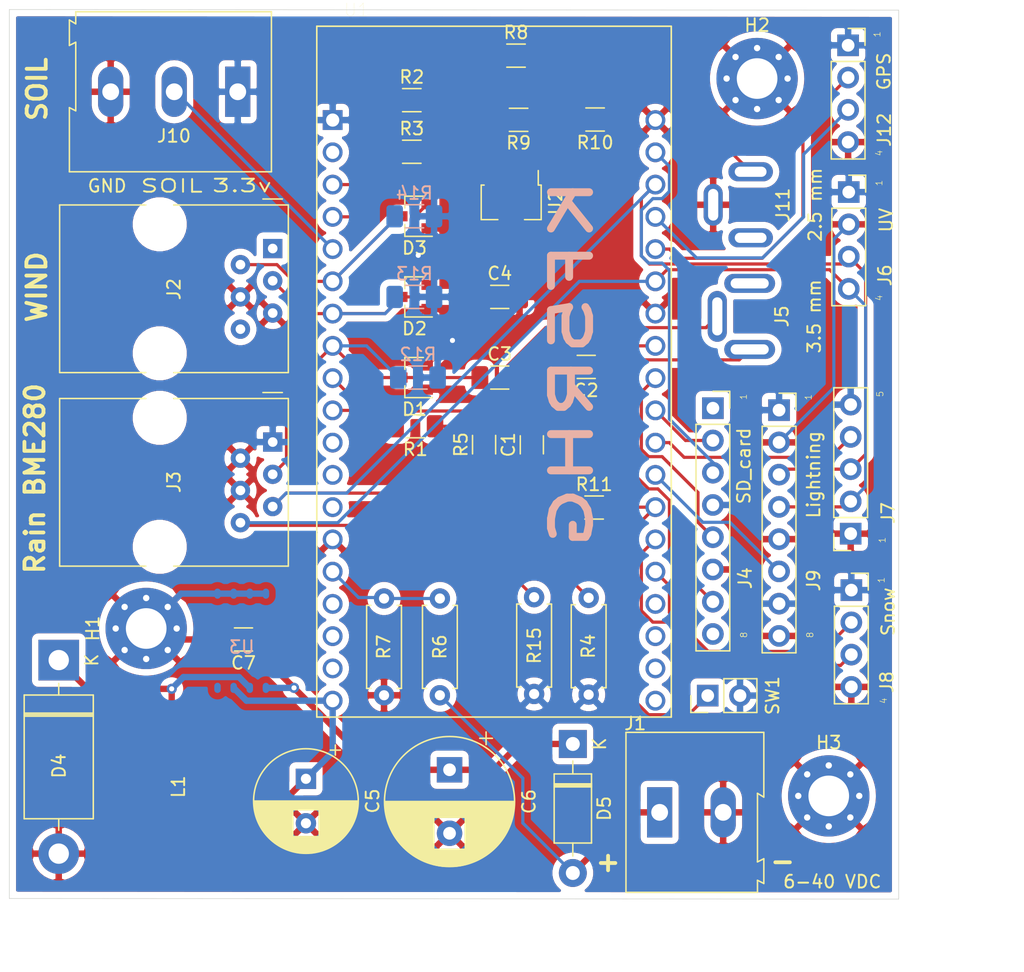
<source format=kicad_pcb>
(kicad_pcb (version 20171130) (host pcbnew "(5.1.12-1-10_14)")
  (layers (0 F.Cu signal) (31 B.Cu signal) (34 B.Paste user) (35 F.Paste user) (36 B.SilkS user) (37 F.SilkS user) (38 B.Mask user) (39 F.Mask user) (44 Edge.Cuts user))
  (net 0 "")
  (net 1 GND)
  (net 2 "Net-(C1-Pad2)")
  (net 3 b_mic)
  (net 4 Rain)
  (net 5 Wspd)
  (net 6 3.3v)
  (net 7 Wdir)
  (net 8 BAT)
  (net 9 SPI_CIPO)
  (net 10 SPI_SCK)
  (net 11 SPI_COPI)
  (net 12 SD_CS)
  (net 13 PTT)
  (net 14 B_spkr)
  (net 15 SCL)
  (net 16 SDA)
  (net 17 MFP)
  (net 18 IRQ)
  (net 19 SOIL)
  (net 20 DAC)
  (net 21 ADC)
  (net 22 Chr)
  (net 23 trigger)
  (net 24 "Net-(R10-Pad2)")
  (net 25 SD_safe)
  (net 26 5v)
  (net 27 "Net-(D4-Pad1)")
  (net 28 "Net-(C6-Pad1)")
  (net 29 Echo)
  (net 30 Trig)
  (net 31 TX)
  (net 32 RX)
  (module MountingHole:MountingHole_3.2mm_M3_Pad_Via (layer F.Cu) (at 169.4942 126.9238)
    (fp_text reference H3 (at 0 -4.2) (layer F.SilkS))
    (fp_text value MP)
    (pad 1 thru_hole circle (at 1.697056 -1.697056) (size 0.8 0.8) (drill 0.5) (layers *.Cu *.Mask) (net 1 GND))
    (pad 1 thru_hole circle (at 0 -2.4) (size 0.8 0.8) (drill 0.5) (layers *.Cu *.Mask) (net 1 GND))
    (pad 1 thru_hole circle (at -1.697056 -1.697056) (size 0.8 0.8) (drill 0.5) (layers *.Cu *.Mask) (net 1 GND))
    (pad 1 thru_hole circle (at -2.4 0) (size 0.8 0.8) (drill 0.5) (layers *.Cu *.Mask) (net 1 GND))
    (pad 1 thru_hole circle (at -1.697056 1.697056) (size 0.8 0.8) (drill 0.5) (layers *.Cu *.Mask) (net 1 GND))
    (pad 1 thru_hole circle (at 0 2.4) (size 0.8 0.8) (drill 0.5) (layers *.Cu *.Mask) (net 1 GND))
    (pad 1 thru_hole circle (at 1.697056 1.697056) (size 0.8 0.8) (drill 0.5) (layers *.Cu *.Mask) (net 1 GND))
    (pad 1 thru_hole circle (at 2.4 0) (size 0.8 0.8) (drill 0.5) (layers *.Cu *.Mask) (net 1 GND))
    (pad 1 thru_hole circle (at 0 0) (size 6.4 6.4) (drill 3.2) (layers *.Cu *.Mask) (net 1 GND))
  )
  (module Resistor_THT:R_Axial_DIN0207_L6.3mm_D2.5mm_P7.62mm_Horizontal (layer F.Cu) (at 146.304 118.8974 90)
    (fp_text reference R15 (at 3.81 0.014 90) (layer F.SilkS))
    (fp_text value ??)
    (pad 2 thru_hole oval (at 7.62 0 90) (size 1.6 1.6) (drill 0.8) (layers *.Cu *.Mask) (net 16 SDA))
    (pad 1 thru_hole circle (at 0 0 90) (size 1.6 1.6) (drill 0.8) (layers *.Cu *.Mask) (net 6 3.3v))
  )
  (module Resistor_THT:R_Axial_DIN0207_L6.3mm_D2.5mm_P7.62mm_Horizontal (layer F.Cu) (at 150.5966 118.9482 90)
    (fp_text reference R4 (at 3.81 -0.0254 90) (layer F.SilkS))
    (fp_text value ??)
    (pad 2 thru_hole oval (at 7.62 0 90) (size 1.6 1.6) (drill 0.8) (layers *.Cu *.Mask) (net 15 SCL))
    (pad 1 thru_hole circle (at 0 0 90) (size 1.6 1.6) (drill 0.8) (layers *.Cu *.Mask) (net 6 3.3v))
  )
  (module ESP32-DEVKITC-32D:MODULE_ESP32-DEVKITC-32D (layer F.Cu) (at 143.150001 93.465001)
    (fp_text reference U1 (at -10.829175 -28.446045) (layer F.SilkS) (effects (font (size 1.000386 1.000386) (thickness 0.015))))
    (fp_text value ESP32-DEVKITC-32D)
    (pad 1 thru_hole rect (at -12.7 -19.76) (size 1.56 1.56) (drill 1.04) (layers *.Cu *.Mask) (net 6 3.3v))
    (pad 2 thru_hole circle (at -12.7 -17.22) (size 1.56 1.56) (drill 1.04) (layers *.Cu *.Mask))
    (pad 19 thru_hole circle (at -12.7 25.96) (size 1.56 1.56) (drill 1.04) (layers *.Cu *.Mask) (net 26 5v))
    (pad 3 thru_hole circle (at -12.7 -14.68) (size 1.56 1.56) (drill 1.04) (layers *.Cu *.Mask) (net 21 ADC))
    (pad 4 thru_hole circle (at -12.7 -12.14) (size 1.56 1.56) (drill 1.04) (layers *.Cu *.Mask) (net 23 trigger))
    (pad 5 thru_hole circle (at -12.7 -9.6) (size 1.56 1.56) (drill 1.04) (layers *.Cu *.Mask) (net 19 SOIL))
    (pad 6 thru_hole circle (at -12.7 -7.06) (size 1.56 1.56) (drill 1.04) (layers *.Cu *.Mask) (net 7 Wdir))
    (pad 7 thru_hole circle (at -12.7 -4.52) (size 1.56 1.56) (drill 1.04) (layers *.Cu *.Mask) (net 5 Wspd))
    (pad 8 thru_hole circle (at -12.7 -1.98) (size 1.56 1.56) (drill 1.04) (layers *.Cu *.Mask) (net 4 Rain))
    (pad 9 thru_hole circle (at -12.7 0.56) (size 1.56 1.56) (drill 1.04) (layers *.Cu *.Mask) (net 13 PTT))
    (pad 10 thru_hole circle (at -12.7 3.1) (size 1.56 1.56) (drill 1.04) (layers *.Cu *.Mask) (net 20 DAC))
    (pad 11 thru_hole circle (at -12.7 5.64) (size 1.56 1.56) (drill 1.04) (layers *.Cu *.Mask))
    (pad 12 thru_hole circle (at -12.7 8.18) (size 1.56 1.56) (drill 1.04) (layers *.Cu *.Mask))
    (pad 13 thru_hole circle (at -12.7 10.72) (size 1.56 1.56) (drill 1.04) (layers *.Cu *.Mask))
    (pad 14 thru_hole circle (at -12.7 13.26) (size 1.56 1.56) (drill 1.04) (layers *.Cu *.Mask) (net 1 GND))
    (pad 15 thru_hole circle (at -12.7 15.8) (size 1.56 1.56) (drill 1.04) (layers *.Cu *.Mask) (net 22 Chr))
    (pad 16 thru_hole circle (at -12.7 18.34) (size 1.56 1.56) (drill 1.04) (layers *.Cu *.Mask))
    (pad 17 thru_hole circle (at -12.7 20.88) (size 1.56 1.56) (drill 1.04) (layers *.Cu *.Mask))
    (pad 18 thru_hole circle (at -12.7 23.42) (size 1.56 1.56) (drill 1.04) (layers *.Cu *.Mask))
    (pad 20 thru_hole circle (at 12.7 -19.76) (size 1.56 1.56) (drill 1.04) (layers *.Cu *.Mask) (net 1 GND))
    (pad 21 thru_hole circle (at 12.7 -17.22) (size 1.56 1.56) (drill 1.04) (layers *.Cu *.Mask) (net 11 SPI_COPI))
    (pad 22 thru_hole circle (at 12.7 -14.68) (size 1.56 1.56) (drill 1.04) (layers *.Cu *.Mask) (net 15 SCL))
    (pad 23 thru_hole circle (at 12.7 -12.14) (size 1.56 1.56) (drill 1.04) (layers *.Cu *.Mask) (net 31 TX))
    (pad 24 thru_hole circle (at 12.7 -9.6) (size 1.56 1.56) (drill 1.04) (layers *.Cu *.Mask) (net 32 RX))
    (pad 25 thru_hole circle (at 12.7 -7.06) (size 1.56 1.56) (drill 1.04) (layers *.Cu *.Mask) (net 16 SDA))
    (pad 26 thru_hole circle (at 12.7 -4.52) (size 1.56 1.56) (drill 1.04) (layers *.Cu *.Mask) (net 1 GND))
    (pad 27 thru_hole circle (at 12.7 -1.98) (size 1.56 1.56) (drill 1.04) (layers *.Cu *.Mask) (net 9 SPI_CIPO))
    (pad 28 thru_hole circle (at 12.7 0.56) (size 1.56 1.56) (drill 1.04) (layers *.Cu *.Mask) (net 10 SPI_SCK))
    (pad 29 thru_hole circle (at 12.7 3.1) (size 1.56 1.56) (drill 1.04) (layers *.Cu *.Mask) (net 12 SD_CS))
    (pad 30 thru_hole circle (at 12.7 5.64) (size 1.56 1.56) (drill 1.04) (layers *.Cu *.Mask) (net 17 MFP))
    (pad 31 thru_hole circle (at 12.7 8.18) (size 1.56 1.56) (drill 1.04) (layers *.Cu *.Mask) (net 18 IRQ))
    (pad 32 thru_hole circle (at 12.7 10.72) (size 1.56 1.56) (drill 1.04) (layers *.Cu *.Mask) (net 25 SD_safe))
    (pad 33 thru_hole circle (at 12.7 13.26) (size 1.56 1.56) (drill 1.04) (layers *.Cu *.Mask) (net 29 Echo))
    (pad 34 thru_hole circle (at 12.7 15.8) (size 1.56 1.56) (drill 1.04) (layers *.Cu *.Mask) (net 30 Trig))
    (pad 35 thru_hole circle (at 12.7 18.34) (size 1.56 1.56) (drill 1.04) (layers *.Cu *.Mask))
    (pad 36 thru_hole circle (at 12.7 20.88) (size 1.56 1.56) (drill 1.04) (layers *.Cu *.Mask))
    (pad 37 thru_hole circle (at 12.7 23.42) (size 1.56 1.56) (drill 1.04) (layers *.Cu *.Mask))
    (pad 38 thru_hole circle (at 12.7 25.96) (size 1.56 1.56) (drill 1.04) (layers *.Cu *.Mask))
  )
  (module Connector_PinHeader_2.54mm:PinHeader_1x02_P2.54mm_Vertical (layer F.Cu) (at 159.9692 119.0244 90)
    (fp_text reference SW1 (at 0 5.1054 90) (layer F.SilkS))
    (fp_text value SW_SPST)
    (pad 2 thru_hole oval (at 0 2.54 90) (size 1.7 1.7) (drill 1) (layers *.Cu *.Mask) (net 6 3.3v))
    (pad 1 thru_hole rect (at 0 0 90) (size 1.7 1.7) (drill 1) (layers *.Cu *.Mask) (net 25 SD_safe))
  )
  (module Connector_PinSocket_2.54mm:PinSocket_1x04_P2.54mm_Vertical (layer F.Cu) (at 171.0182 67.818)
    (fp_text reference J12 (at 2.8448 6.6548 90) (layer F.SilkS))
    (fp_text value GPS (at 2.8194 2.0574 90) (layer F.SilkS))
    (pad 4 thru_hole oval (at 0 7.62) (size 1.7 1.7) (drill 1) (layers *.Cu *.Mask) (net 1 GND))
    (pad 3 thru_hole oval (at 0 5.08) (size 1.7 1.7) (drill 1) (layers *.Cu *.Mask) (net 31 TX))
    (pad 2 thru_hole oval (at 0 2.54) (size 1.7 1.7) (drill 1) (layers *.Cu *.Mask) (net 32 RX))
    (pad 1 thru_hole rect (at 0 0) (size 1.7 1.7) (drill 1) (layers *.Cu *.Mask) (net 6 3.3v))
  )
  (module Connector_PinSocket_2.54mm:PinSocket_1x08_P2.54mm_Vertical (layer F.Cu) (at 165.5826 96.5454)
    (fp_text reference J9 (at 2.7178 13.4112 90) (layer F.SilkS))
    (fp_text value Lightning (at 2.7178 5.08 90) (layer F.SilkS))
    (pad 8 thru_hole oval (at 0 17.78) (size 1.7 1.7) (drill 1) (layers *.Cu *.Mask) (net 1 GND))
    (pad 7 thru_hole oval (at 0 15.24) (size 1.7 1.7) (drill 1) (layers *.Cu *.Mask) (net 6 3.3v))
    (pad 6 thru_hole oval (at 0 12.7) (size 1.7 1.7) (drill 1) (layers *.Cu *.Mask) (net 18 IRQ))
    (pad 5 thru_hole oval (at 0 10.16) (size 1.7 1.7) (drill 1) (layers *.Cu *.Mask) (net 1 GND))
    (pad 4 thru_hole oval (at 0 7.62) (size 1.7 1.7) (drill 1) (layers *.Cu *.Mask) (net 16 SDA))
    (pad 3 thru_hole oval (at 0 5.08) (size 1.7 1.7) (drill 1) (layers *.Cu *.Mask) (net 15 SCL))
    (pad 2 thru_hole oval (at 0 2.54) (size 1.7 1.7) (drill 1) (layers *.Cu *.Mask) (net 1 GND))
    (pad 1 thru_hole rect (at 0 0) (size 1.7 1.7) (drill 1) (layers *.Cu *.Mask) (net 6 3.3v))
  )
  (module Connector_PinSocket_2.54mm:PinSocket_1x04_P2.54mm_Vertical (layer F.Cu) (at 171.2722 110.7186)
    (fp_text reference J8 (at 2.794 7.239 90) (layer F.SilkS))
    (fp_text value Snow (at 2.8956 1.7018 90) (layer F.SilkS))
    (pad 4 thru_hole oval (at 0 7.62) (size 1.7 1.7) (drill 1) (layers *.Cu *.Mask) (net 1 GND))
    (pad 3 thru_hole oval (at 0 5.08) (size 1.7 1.7) (drill 1) (layers *.Cu *.Mask) (net 29 Echo))
    (pad 2 thru_hole oval (at 0 2.54) (size 1.7 1.7) (drill 1) (layers *.Cu *.Mask) (net 30 Trig))
    (pad 1 thru_hole rect (at 0 0) (size 1.7 1.7) (drill 1) (layers *.Cu *.Mask) (net 6 3.3v))
  )
  (module Connector_PinSocket_2.54mm:PinSocket_1x05_P2.54mm_Vertical (layer F.Cu) (at 171.2214 106.2736 180)
    (fp_text reference J7 (at -2.9464 1.6256 90) (layer F.SilkS))
    (fp_text value RTC)
    (pad 5 thru_hole oval (at 0 10.16 180) (size 1.7 1.7) (drill 1) (layers *.Cu *.Mask) (net 6 3.3v))
    (pad 4 thru_hole oval (at 0 7.62 180) (size 1.7 1.7) (drill 1) (layers *.Cu *.Mask) (net 17 MFP))
    (pad 3 thru_hole oval (at 0 5.08 180) (size 1.7 1.7) (drill 1) (layers *.Cu *.Mask) (net 15 SCL))
    (pad 2 thru_hole oval (at 0 2.54 180) (size 1.7 1.7) (drill 1) (layers *.Cu *.Mask) (net 16 SDA))
    (pad 1 thru_hole rect (at 0 0 180) (size 1.7 1.7) (drill 1) (layers *.Cu *.Mask) (net 1 GND))
  )
  (module Connector_PinSocket_2.54mm:PinSocket_1x04_P2.54mm_Vertical (layer F.Cu) (at 171.069 79.375)
    (fp_text reference J6 (at 2.8448 6.5532 90) (layer F.SilkS))
    (fp_text value UV (at 2.9464 2.2098 90) (layer F.SilkS))
    (pad 4 thru_hole oval (at 0 7.62) (size 1.7 1.7) (drill 1) (layers *.Cu *.Mask) (net 16 SDA))
    (pad 3 thru_hole oval (at 0 5.08) (size 1.7 1.7) (drill 1) (layers *.Cu *.Mask) (net 15 SCL))
    (pad 2 thru_hole oval (at 0 2.54) (size 1.7 1.7) (drill 1) (layers *.Cu *.Mask) (net 1 GND))
    (pad 1 thru_hole rect (at 0 0) (size 1.7 1.7) (drill 1) (layers *.Cu *.Mask) (net 6 3.3v))
  )
  (module Connector_PinSocket_2.54mm:PinSocket_1x08_P2.54mm_Vertical (layer F.Cu) (at 160.3756 96.393)
    (fp_text reference J4 (at 2.54 13.3858 90) (layer F.SilkS))
    (fp_text value SD_card (at 2.4384 4.5466 90) (layer F.SilkS))
    (pad 8 thru_hole oval (at 0 17.78) (size 1.7 1.7) (drill 1) (layers *.Cu *.Mask))
    (pad 7 thru_hole oval (at 0 15.24) (size 1.7 1.7) (drill 1) (layers *.Cu *.Mask) (net 9 SPI_CIPO))
    (pad 6 thru_hole oval (at 0 12.7) (size 1.7 1.7) (drill 1) (layers *.Cu *.Mask) (net 1 GND))
    (pad 5 thru_hole oval (at 0 10.16) (size 1.7 1.7) (drill 1) (layers *.Cu *.Mask) (net 10 SPI_SCK))
    (pad 4 thru_hole oval (at 0 7.62) (size 1.7 1.7) (drill 1) (layers *.Cu *.Mask) (net 6 3.3v))
    (pad 3 thru_hole oval (at 0 5.08) (size 1.7 1.7) (drill 1) (layers *.Cu *.Mask) (net 11 SPI_COPI))
    (pad 2 thru_hole oval (at 0 2.54) (size 1.7 1.7) (drill 1) (layers *.Cu *.Mask) (net 12 SD_CS))
    (pad 1 thru_hole rect (at 0 0) (size 1.7 1.7) (drill 1) (layers *.Cu *.Mask))
  )
  (module TerminalBlock:TerminalBlock_Altech_AK300-2_P5.00mm (layer F.Cu) (at 156.1846 128.2192)
    (fp_text reference J1 (at -1.92 -6.99) (layer F.SilkS))
    (fp_text value "6-40 VDC" (at 13.589 5.461) (layer F.SilkS))
    (pad 1 thru_hole rect (at 0 0) (size 1.98 3.96) (drill 1.32) (layers *.Cu *.Mask) (net 8 BAT))
    (pad 2 thru_hole oval (at 5 0) (size 1.98 3.96) (drill 1.32) (layers *.Cu *.Mask) (net 1 GND))
  )
  (module Capacitor_THT:CP_Radial_D10.0mm_P5.00mm (layer F.Cu) (at 139.6492 124.8664 270)
    (fp_text reference C6 (at 2.5 -6.25 90) (layer F.SilkS))
    (fp_text value 470uf/35V)
    (pad 2 thru_hole circle (at 5 0 270) (size 2 2) (drill 1) (layers *.Cu *.Mask) (net 1 GND))
    (pad 1 thru_hole rect (at 0 0 270) (size 2 2) (drill 1) (layers *.Cu *.Mask) (net 28 "Net-(C6-Pad1)"))
  )
  (module MountingHole:MountingHole_3.2mm_M3_Pad_Via (layer F.Cu) (at 163.8554 70.4342)
    (fp_text reference H2 (at 0 -4.2) (layer F.SilkS))
    (fp_text value MountingHole_Pad)
    (pad 1 thru_hole circle (at 1.697056 -1.697056) (size 0.8 0.8) (drill 0.5) (layers *.Cu *.Mask) (net 1 GND))
    (pad 1 thru_hole circle (at 0 -2.4) (size 0.8 0.8) (drill 0.5) (layers *.Cu *.Mask) (net 1 GND))
    (pad 1 thru_hole circle (at -1.697056 -1.697056) (size 0.8 0.8) (drill 0.5) (layers *.Cu *.Mask) (net 1 GND))
    (pad 1 thru_hole circle (at -2.4 0) (size 0.8 0.8) (drill 0.5) (layers *.Cu *.Mask) (net 1 GND))
    (pad 1 thru_hole circle (at -1.697056 1.697056) (size 0.8 0.8) (drill 0.5) (layers *.Cu *.Mask) (net 1 GND))
    (pad 1 thru_hole circle (at 0 2.4) (size 0.8 0.8) (drill 0.5) (layers *.Cu *.Mask) (net 1 GND))
    (pad 1 thru_hole circle (at 1.697056 1.697056) (size 0.8 0.8) (drill 0.5) (layers *.Cu *.Mask) (net 1 GND))
    (pad 1 thru_hole circle (at 2.4 0) (size 0.8 0.8) (drill 0.5) (layers *.Cu *.Mask) (net 1 GND))
    (pad 1 thru_hole circle (at 0 0) (size 6.4 6.4) (drill 3.2) (layers *.Cu *.Mask) (net 1 GND))
  )
  (module MountingHole:MountingHole_3.2mm_M3_Pad_Via (layer F.Cu) (at 115.7732 113.7412 90)
    (fp_text reference H1 (at 0 -4.2 90) (layer F.SilkS))
    (fp_text value MountingHole_Pad)
    (pad 1 thru_hole circle (at 1.697056 -1.697056 90) (size 0.8 0.8) (drill 0.5) (layers *.Cu *.Mask) (net 1 GND))
    (pad 1 thru_hole circle (at 0 -2.4 90) (size 0.8 0.8) (drill 0.5) (layers *.Cu *.Mask) (net 1 GND))
    (pad 1 thru_hole circle (at -1.697056 -1.697056 90) (size 0.8 0.8) (drill 0.5) (layers *.Cu *.Mask) (net 1 GND))
    (pad 1 thru_hole circle (at -2.4 0 90) (size 0.8 0.8) (drill 0.5) (layers *.Cu *.Mask) (net 1 GND))
    (pad 1 thru_hole circle (at -1.697056 1.697056 90) (size 0.8 0.8) (drill 0.5) (layers *.Cu *.Mask) (net 1 GND))
    (pad 1 thru_hole circle (at 0 2.4 90) (size 0.8 0.8) (drill 0.5) (layers *.Cu *.Mask) (net 1 GND))
    (pad 1 thru_hole circle (at 1.697056 1.697056 90) (size 0.8 0.8) (drill 0.5) (layers *.Cu *.Mask) (net 1 GND))
    (pad 1 thru_hole circle (at 2.4 0 90) (size 0.8 0.8) (drill 0.5) (layers *.Cu *.Mask) (net 1 GND))
    (pad 1 thru_hole circle (at 0 0 90) (size 6.4 6.4) (drill 3.2) (layers *.Cu *.Mask) (net 1 GND))
  )
  (module Diode_THT:D_DO-41_SOD81_P10.16mm_Horizontal (layer F.Cu) (at 149.352 122.8344 270)
    (fp_text reference D5 (at 5.08 -2.47 90) (layer F.SilkS))
    (fp_text value 1N5819)
    (fp_text user K (at 0 -2.1 90) (layer F.SilkS))
    (pad 2 thru_hole oval (at 10.16 0 270) (size 2.2 2.2) (drill 1.1) (layers *.Cu *.Mask) (net 8 BAT))
    (pad 1 thru_hole rect (at 0 0 270) (size 2.2 2.2) (drill 1.1) (layers *.Cu *.Mask) (net 28 "Net-(C6-Pad1)"))
  )
  (module Capacitor_SMD:C_1206_3216Metric_Pad1.33x1.80mm_HandSolder (layer F.Cu) (at 143.5993 87.63)
    (fp_text reference C4 (at 0 -1.85) (layer F.SilkS))
    (fp_text value "0.1 uF")
    (pad 2 smd roundrect (at 1.5625 0) (size 1.325 1.8) (layers F.Cu F.Paste F.Mask) (roundrect_rratio 0.1886784905660377) (net 1 GND))
    (pad 1 smd roundrect (at -1.5625 0) (size 1.325 1.8) (layers F.Cu F.Paste F.Mask) (roundrect_rratio 0.1886784905660377) (net 5 Wspd))
  )
  (module Capacitor_SMD:C_1206_3216Metric_Pad1.33x1.80mm_HandSolder (layer F.Cu) (at 143.5993 93.98)
    (fp_text reference C3 (at 0 -1.85) (layer F.SilkS))
    (fp_text value "0.1 uF")
    (pad 2 smd roundrect (at 1.5625 0) (size 1.325 1.8) (layers F.Cu F.Paste F.Mask) (roundrect_rratio 0.1886784905660377) (net 1 GND))
    (pad 1 smd roundrect (at -1.5625 0) (size 1.325 1.8) (layers F.Cu F.Paste F.Mask) (roundrect_rratio 0.1886784905660377) (net 4 Rain))
  )
  (module Capacitor_SMD:C_1206_3216Metric_Pad1.33x1.80mm_HandSolder (layer F.Cu) (at 150.4065 93.1418 180)
    (fp_text reference C2 (at 0 -1.85) (layer F.SilkS))
    (fp_text value "0.1 uF")
    (pad 2 smd roundrect (at 1.5625 0 180) (size 1.325 1.8) (layers F.Cu F.Paste F.Mask) (roundrect_rratio 0.1886784905660377) (net 2 "Net-(C1-Pad2)"))
    (pad 1 smd roundrect (at -1.5625 0 180) (size 1.325 1.8) (layers F.Cu F.Paste F.Mask) (roundrect_rratio 0.1886784905660377) (net 3 b_mic))
  )
  (module darty_stuff:SOIC-8_5x4 (layer B.Cu) (at 123.2916 114.7064 180)
    (fp_text reference U3 (at 0 -0.5) (layer B.SilkS) (effects (justify mirror)))
    (fp_text value XL1509-5.0E1)
    (pad 4 smd oval (at 1.905 -3.71 180) (size 0.51 0.8) (layers B.Cu B.Paste B.Mask))
    (pad 3 smd oval (at 0.635 -3.71 180) (size 0.51 0.8) (layers B.Cu B.Paste B.Mask) (net 26 5v))
    (pad 2 smd oval (at -0.635 -3.71 180) (size 0.51 0.8) (layers B.Cu B.Paste B.Mask) (net 27 "Net-(D4-Pad1)"))
    (pad 1 smd oval (at -1.905 -3.71 180) (size 0.51 0.8) (layers B.Cu B.Paste B.Mask) (net 28 "Net-(C6-Pad1)"))
    (pad 5 smd oval (at 1.905 3.71 180) (size 0.51 0.8) (layers B.Cu B.Paste B.Mask) (net 1 GND))
    (pad 6 smd oval (at 0.635 3.71 180) (size 0.51 0.8) (layers B.Cu B.Paste B.Mask) (net 1 GND))
    (pad 7 smd oval (at -0.635 3.71 180) (size 0.51 0.8) (layers B.Cu B.Paste B.Mask) (net 1 GND))
    (pad 8 smd oval (at -1.905 3.71 180) (size 0.51 0.8) (layers B.Cu B.Paste B.Mask) (net 1 GND))
  )
  (module darty_stuff:inductor_1004_SMD (layer F.Cu) (at 117.8052 126.2044 90)
    (fp_text reference L1 (at 0 0.5 90) (layer F.SilkS))
    (fp_text value 68uh/2A)
    (pad 2 smd rect (at 4.25 0 90) (size 3.5 3.5) (layers F.Cu F.Paste F.Mask) (net 27 "Net-(D4-Pad1)"))
    (pad 1 smd rect (at -4.25 0 90) (size 3.5 3.5) (layers F.Cu F.Paste F.Mask) (net 26 5v))
  )
  (module darty_stuff:2.5mm_Stereo_Jack (layer F.Cu) (at 163.3474 80.3748 90)
    (fp_text reference J11 (at 0 2.54 90) (layer F.SilkS))
    (fp_text value "2.5 mm" (at 0 5.08 90) (layer F.SilkS))
    (pad S thru_hole oval (at 0 -2.95 90) (size 3.3 1.5) (drill oval 2.5 0.8) (layers *.Cu *.Mask) (net 1 GND))
    (pad T thru_hole oval (at 2.6 0 90) (size 1.5 3.5) (drill oval 0.8 2.5) (layers *.Cu *.Mask) (net 14 B_spkr))
    (pad R thru_hole oval (at -2.6 0 90) (size 1.5 3.5) (drill oval 0.8 2.5) (layers *.Cu *.Mask))
  )
  (module darty_stuff:3.5mm_Stereo_Jack (layer F.Cu) (at 163.2712 89.1632 90)
    (fp_text reference J5 (at 0 2.54 90) (layer F.SilkS))
    (fp_text value "3.5 mm" (at 0 5.08 90) (layer F.SilkS))
    (pad S thru_hole oval (at 0 -2.55 90) (size 4 1.5) (drill oval 3 0.8) (layers *.Cu *.Mask) (net 13 PTT))
    (pad T thru_hole oval (at 2.6 0 90) (size 1.5 4) (drill oval 0.8 3) (layers *.Cu *.Mask))
    (pad R thru_hole oval (at -2.6 0 90) (size 1.5 4) (drill oval 0.8 3) (layers *.Cu *.Mask) (net 3 b_mic))
  )
  (module Diode_THT:D_DO-201AD_P15.24mm_Horizontal (layer F.Cu) (at 108.8898 116.2304 270)
    (fp_text reference D4 (at 8.3312 -0.0254 90) (layer F.SilkS))
    (fp_text value 1N5820)
    (fp_text user K (at 0 -2.6 90) (layer F.SilkS))
    (pad 2 thru_hole oval (at 15.24 0 270) (size 3.2 3.2) (drill 1.6) (layers *.Cu *.Mask) (net 1 GND))
    (pad 1 thru_hole rect (at 0 0 270) (size 3.2 3.2) (drill 1.6) (layers *.Cu *.Mask) (net 27 "Net-(D4-Pad1)"))
  )
  (module Capacitor_SMD:C_1206_3216Metric_Pad1.33x1.80mm_HandSolder (layer F.Cu) (at 123.4309 114.6048 180)
    (fp_text reference C7 (at 0 -1.85) (layer F.SilkS))
    (fp_text value 105)
    (pad 2 smd roundrect (at 1.5625 0 180) (size 1.325 1.8) (layers F.Cu F.Paste F.Mask) (roundrect_rratio 0.1886777358490566) (net 1 GND))
    (pad 1 smd roundrect (at -1.5625 0 180) (size 1.325 1.8) (layers F.Cu F.Paste F.Mask) (roundrect_rratio 0.1886777358490566) (net 28 "Net-(C6-Pad1)"))
  )
  (module Capacitor_THT:CP_Radial_D8.0mm_P3.50mm (layer F.Cu) (at 128.3462 125.5776 270)
    (fp_text reference C5 (at 1.75 -5.25 90) (layer F.SilkS))
    (fp_text value 180uf/35V)
    (pad 2 thru_hole circle (at 3.5 0 270) (size 1.6 1.6) (drill 0.8) (layers *.Cu *.Mask) (net 1 GND))
    (pad 1 thru_hole rect (at 0 0 270) (size 1.6 1.6) (drill 0.8) (layers *.Cu *.Mask) (net 26 5v))
  )
  (module Capacitor_SMD:C_1206_3216Metric_Pad1.33x1.80mm_HandSolder (layer F.Cu) (at 146.1262 99.2763 90)
    (fp_text reference C1 (at 0 -1.85 90) (layer F.SilkS))
    (fp_text value 4.7nF)
    (pad 1 smd roundrect (at -1.5625 0 90) (size 1.325 1.8) (layers F.Cu F.Paste F.Mask) (roundrect_rratio 0.1886777358490566) (net 1 GND))
    (pad 2 smd roundrect (at 1.5625 0 90) (size 1.325 1.8) (layers F.Cu F.Paste F.Mask) (roundrect_rratio 0.1886777358490566) (net 2 "Net-(C1-Pad2)"))
  )
  (module Package_TO_SOT_SMD:SOT-23 (layer F.Cu) (at 136.89 93.98 180)
    (fp_text reference D1 (at 0 -2.5) (layer F.SilkS))
    (fp_text value BAV99)
    (pad 3 smd rect (at 1 0 180) (size 0.9 0.8) (layers F.Cu F.Paste F.Mask) (net 4 Rain))
    (pad 2 smd rect (at -1 0.95 180) (size 0.9 0.8) (layers F.Cu F.Paste F.Mask) (net 6 3.3v))
    (pad 1 smd rect (at -1 -0.95 180) (size 0.9 0.8) (layers F.Cu F.Paste F.Mask) (net 1 GND))
  )
  (module Package_TO_SOT_SMD:SOT-23 (layer F.Cu) (at 136.89 87.63 180)
    (fp_text reference D2 (at 0 -2.5) (layer F.SilkS))
    (fp_text value BAV99)
    (pad 1 smd rect (at -1 -0.95 180) (size 0.9 0.8) (layers F.Cu F.Paste F.Mask) (net 1 GND))
    (pad 2 smd rect (at -1 0.95 180) (size 0.9 0.8) (layers F.Cu F.Paste F.Mask) (net 6 3.3v))
    (pad 3 smd rect (at 1 0 180) (size 0.9 0.8) (layers F.Cu F.Paste F.Mask) (net 5 Wspd))
  )
  (module Package_TO_SOT_SMD:SOT-23 (layer F.Cu) (at 136.89 81.28 180)
    (fp_text reference D3 (at 0 -2.5) (layer F.SilkS))
    (fp_text value BAV99)
    (pad 1 smd rect (at -1 -0.95 180) (size 0.9 0.8) (layers F.Cu F.Paste F.Mask) (net 1 GND))
    (pad 2 smd rect (at -1 0.95 180) (size 0.9 0.8) (layers F.Cu F.Paste F.Mask) (net 6 3.3v))
    (pad 3 smd rect (at 1 0 180) (size 0.9 0.8) (layers F.Cu F.Paste F.Mask) (net 7 Wdir))
  )
  (module Connector_RJ:RJ12_Amphenol_54601 (layer F.Cu) (at 125.73 83.82 270)
    (fp_text reference J2 (at 3.2004 7.7724 90) (layer F.SilkS))
    (fp_text value "RJ12 - Wind")
    (pad "" np_thru_hole circle (at 8.25 8.89 270) (size 3.25 3.25) (drill 3.25) (layers *.Cu *.Mask))
    (pad 6 thru_hole circle (at 6.35 2.54 270) (size 1.52 1.52) (drill 0.76) (layers *.Cu *.Mask))
    (pad 5 thru_hole circle (at 5.08 0 270) (size 1.52 1.52) (drill 0.76) (layers *.Cu *.Mask) (net 1 GND))
    (pad 4 thru_hole circle (at 3.81 2.54 270) (size 1.52 1.52) (drill 0.76) (layers *.Cu *.Mask) (net 1 GND))
    (pad 3 thru_hole circle (at 2.54 0 270) (size 1.52 1.52) (drill 0.76) (layers *.Cu *.Mask) (net 5 Wspd))
    (pad 2 thru_hole circle (at 1.27 2.54 270) (size 1.52 1.52) (drill 0.76) (layers *.Cu *.Mask) (net 7 Wdir))
    (pad "" np_thru_hole circle (at -1.91 8.89 270) (size 3.25 3.25) (drill 3.25) (layers *.Cu *.Mask))
    (pad 1 thru_hole rect (at 0 0 270) (size 1.52 1.52) (drill 0.76) (layers *.Cu *.Mask))
  )
  (module Connector_RJ:RJ12_Amphenol_54601 (layer F.Cu) (at 125.73 99.06 270)
    (fp_text reference J3 (at 3.1496 7.7724 90) (layer F.SilkS))
    (fp_text value "RJ12 - Rain")
    (pad 1 thru_hole rect (at 0 0 270) (size 1.52 1.52) (drill 0.76) (layers *.Cu *.Mask) (net 6 3.3v))
    (pad "" np_thru_hole circle (at -1.91 8.89 270) (size 3.25 3.25) (drill 3.25) (layers *.Cu *.Mask))
    (pad 2 thru_hole circle (at 1.27 2.54 270) (size 1.52 1.52) (drill 0.76) (layers *.Cu *.Mask) (net 1 GND))
    (pad 3 thru_hole circle (at 2.54 0 270) (size 1.52 1.52) (drill 0.76) (layers *.Cu *.Mask) (net 4 Rain))
    (pad 4 thru_hole circle (at 3.81 2.54 270) (size 1.52 1.52) (drill 0.76) (layers *.Cu *.Mask) (net 1 GND))
    (pad 5 thru_hole circle (at 5.08 0 270) (size 1.52 1.52) (drill 0.76) (layers *.Cu *.Mask) (net 15 SCL))
    (pad 6 thru_hole circle (at 6.35 2.54 270) (size 1.52 1.52) (drill 0.76) (layers *.Cu *.Mask) (net 16 SDA))
    (pad "" np_thru_hole circle (at 8.25 8.89 270) (size 3.25 3.25) (drill 3.25) (layers *.Cu *.Mask))
  )
  (module TerminalBlock:TerminalBlock_Altech_AK300-3_P5.00mm (layer F.Cu) (at 122.9792 71.4756 180)
    (fp_text reference J10 (at 5.0216 -3.4798) (layer F.SilkS))
    (fp_text value Soil)
    (pad 1 thru_hole rect (at 0 0 180) (size 1.98 3.96) (drill 1.32) (layers *.Cu *.Mask) (net 6 3.3v))
    (pad 2 thru_hole oval (at 5 0 180) (size 1.98 3.96) (drill 1.32) (layers *.Cu *.Mask) (net 19 SOIL))
    (pad 3 thru_hole oval (at 10 0 180) (size 1.98 3.96) (drill 1.32) (layers *.Cu *.Mask) (net 1 GND))
  )
  (module Resistor_SMD:R_1206_3216Metric_Pad1.30x1.75mm_HandSolder (layer F.Cu) (at 136.9562 97.8154 180)
    (fp_text reference R1 (at 0 -1.82) (layer F.SilkS))
    (fp_text value 33K)
    (pad 2 smd roundrect (at 1.55 0 180) (size 1.3 1.75) (layers F.Cu F.Paste F.Mask) (roundrect_rratio 0.1923069230769231) (net 20 DAC))
    (pad 1 smd roundrect (at -1.55 0 180) (size 1.3 1.75) (layers F.Cu F.Paste F.Mask) (roundrect_rratio 0.1923069230769231) (net 2 "Net-(C1-Pad2)"))
  )
  (module Resistor_SMD:R_1206_3216Metric_Pad1.30x1.75mm_HandSolder (layer F.Cu) (at 136.678 72.136)
    (fp_text reference R2 (at 0 -1.82) (layer F.SilkS))
    (fp_text value 10K)
    (pad 2 smd roundrect (at 1.55 0) (size 1.3 1.75) (layers F.Cu F.Paste F.Mask) (roundrect_rratio 0.1923069230769231) (net 14 B_spkr))
    (pad 1 smd roundrect (at -1.55 0) (size 1.3 1.75) (layers F.Cu F.Paste F.Mask) (roundrect_rratio 0.1923069230769231) (net 21 ADC))
  )
  (module Resistor_SMD:R_1206_3216Metric_Pad1.30x1.75mm_HandSolder (layer F.Cu) (at 136.678 76.2)
    (fp_text reference R3 (at 0 -1.82) (layer F.SilkS))
    (fp_text value 3.3K)
    (pad 2 smd roundrect (at 1.55 0) (size 1.3 1.75) (layers F.Cu F.Paste F.Mask) (roundrect_rratio 0.1923069230769231) (net 1 GND))
    (pad 1 smd roundrect (at -1.55 0) (size 1.3 1.75) (layers F.Cu F.Paste F.Mask) (roundrect_rratio 0.1923069230769231) (net 21 ADC))
  )
  (module Resistor_SMD:R_1206_3216Metric_Pad1.30x1.75mm_HandSolder (layer F.Cu) (at 142.367 99.2638 90)
    (fp_text reference R5 (at 0 -1.82 90) (layer F.SilkS))
    (fp_text value 1K)
    (pad 1 smd roundrect (at -1.55 0 90) (size 1.3 1.75) (layers F.Cu F.Paste F.Mask) (roundrect_rratio 0.1923069230769231) (net 1 GND))
    (pad 2 smd roundrect (at 1.55 0 90) (size 1.3 1.75) (layers F.Cu F.Paste F.Mask) (roundrect_rratio 0.1923069230769231) (net 2 "Net-(C1-Pad2)"))
  )
  (module Resistor_THT:R_Axial_DIN0207_L6.3mm_D2.5mm_P7.62mm_Horizontal (layer F.Cu) (at 138.8872 118.999 90)
    (fp_text reference R6 (at 3.81 0 90) (layer F.SilkS))
    (fp_text value ??)
    (pad 2 thru_hole oval (at 7.62 0 90) (size 1.6 1.6) (drill 0.8) (layers *.Cu *.Mask) (net 22 Chr))
    (pad 1 thru_hole circle (at 0 0 90) (size 1.6 1.6) (drill 0.8) (layers *.Cu *.Mask) (net 8 BAT))
  )
  (module Resistor_THT:R_Axial_DIN0207_L6.3mm_D2.5mm_P7.62mm_Horizontal (layer F.Cu) (at 134.493 111.379 270)
    (fp_text reference R7 (at 3.81 0.0254 90) (layer F.SilkS))
    (fp_text value ??)
    (pad 1 thru_hole circle (at 0 0 270) (size 1.6 1.6) (drill 0.8) (layers *.Cu *.Mask) (net 22 Chr))
    (pad 2 thru_hole oval (at 7.62 0 270) (size 1.6 1.6) (drill 0.8) (layers *.Cu *.Mask) (net 1 GND))
  )
  (module Resistor_SMD:R_1206_3216Metric_Pad1.30x1.75mm_HandSolder (layer F.Cu) (at 144.881 68.6308)
    (fp_text reference R8 (at 0 -1.82) (layer F.SilkS))
    (fp_text value 10K)
    (pad 2 smd roundrect (at 1.55 0) (size 1.3 1.75) (layers F.Cu F.Paste F.Mask) (roundrect_rratio 0.1923069230769231) (net 14 B_spkr))
    (pad 1 smd roundrect (at -1.55 0) (size 1.3 1.75) (layers F.Cu F.Paste F.Mask) (roundrect_rratio 0.1923069230769231) (net 23 trigger))
  )
  (module Resistor_SMD:R_1206_3216Metric_Pad1.30x1.75mm_HandSolder (layer F.Cu) (at 145.0842 73.6854 180)
    (fp_text reference R9 (at 0 -1.82) (layer F.SilkS))
    (fp_text value 22K)
    (pad 2 smd roundrect (at 1.55 0 180) (size 1.3 1.75) (layers F.Cu F.Paste F.Mask) (roundrect_rratio 0.1923069230769231) (net 23 trigger))
    (pad 1 smd roundrect (at -1.55 0 180) (size 1.3 1.75) (layers F.Cu F.Paste F.Mask) (roundrect_rratio 0.1923069230769231) (net 24 "Net-(R10-Pad2)"))
  )
  (module Resistor_SMD:R_1206_3216Metric_Pad1.30x1.75mm_HandSolder (layer F.Cu) (at 151.1052 73.66 180)
    (fp_text reference R10 (at 0 -1.82) (layer F.SilkS))
    (fp_text value 100K)
    (pad 1 smd roundrect (at -1.55 0 180) (size 1.3 1.75) (layers F.Cu F.Paste F.Mask) (roundrect_rratio 0.1923069230769231) (net 1 GND))
    (pad 2 smd roundrect (at 1.55 0 180) (size 1.3 1.75) (layers F.Cu F.Paste F.Mask) (roundrect_rratio 0.1923069230769231) (net 24 "Net-(R10-Pad2)"))
  )
  (module Resistor_SMD:R_1206_3216Metric_Pad1.30x1.75mm_HandSolder (layer F.Cu) (at 151.0278 104.2162)
    (fp_text reference R11 (at 0 -1.82) (layer F.SilkS))
    (fp_text value 10k)
    (pad 1 smd roundrect (at -1.55 0) (size 1.3 1.75) (layers F.Cu F.Paste F.Mask) (roundrect_rratio 0.1923069230769231) (net 1 GND))
    (pad 2 smd roundrect (at 1.55 0) (size 1.3 1.75) (layers F.Cu F.Paste F.Mask) (roundrect_rratio 0.1923069230769231) (net 25 SD_safe))
  )
  (module Resistor_SMD:R_1206_3216Metric_Pad1.30x1.75mm_HandSolder (layer B.Cu) (at 137.16 93.98 180)
    (fp_text reference R12 (at 0 1.82) (layer B.SilkS) (effects (justify mirror)))
    (fp_text value 43k)
    (pad 1 smd roundrect (at -1.55 0 180) (size 1.3 1.75) (layers B.Cu B.Paste B.Mask) (roundrect_rratio 0.1923069230769231) (net 6 3.3v))
    (pad 2 smd roundrect (at 1.55 0 180) (size 1.3 1.75) (layers B.Cu B.Paste B.Mask) (roundrect_rratio 0.1923069230769231) (net 4 Rain))
  )
  (module Resistor_SMD:R_1206_3216Metric_Pad1.30x1.75mm_HandSolder (layer B.Cu) (at 136.88 87.63 180)
    (fp_text reference R13 (at 0 1.82) (layer B.SilkS) (effects (justify mirror)))
    (fp_text value 43k)
    (pad 1 smd roundrect (at -1.55 0 180) (size 1.3 1.75) (layers B.Cu B.Paste B.Mask) (roundrect_rratio 0.1923069230769231) (net 6 3.3v))
    (pad 2 smd roundrect (at 1.55 0 180) (size 1.3 1.75) (layers B.Cu B.Paste B.Mask) (roundrect_rratio 0.1923069230769231) (net 5 Wspd))
  )
  (module Resistor_SMD:R_1206_3216Metric_Pad1.30x1.75mm_HandSolder (layer B.Cu) (at 136.88 81.28 180)
    (fp_text reference R14 (at 0 1.82) (layer B.SilkS) (effects (justify mirror)))
    (fp_text value 10k)
    (pad 1 smd roundrect (at -1.55 0 180) (size 1.3 1.75) (layers B.Cu B.Paste B.Mask) (roundrect_rratio 0.1923069230769231) (net 6 3.3v))
    (pad 2 smd roundrect (at 1.55 0 180) (size 1.3 1.75) (layers B.Cu B.Paste B.Mask) (roundrect_rratio 0.1923069230769231) (net 7 Wdir))
  )
  (module Package_TO_SOT_SMD:SOT-89-3_Handsoldering (layer F.Cu) (at 144.5006 79.883 270)
    (fp_text reference U2 (at 0.3 -3.5 90) (layer F.SilkS))
    (fp_text value CJ431)
    (pad 1 smd rect (at -2.15 -1.5 270) (size 2.3 0.9) (layers F.Cu F.Paste F.Mask) (net 24 "Net-(R10-Pad2)"))
    (pad 3 smd rect (at -2.15 1.5 270) (size 2.3 0.9) (layers F.Cu F.Paste F.Mask) (net 1 GND))
    (pad 2 smd custom (at -2.0625 0 270) (size 2.475 0.9) (layers F.Cu F.Paste F.Mask) (net 23 trigger) (options (clearance outline) (anchor rect)) (primitives (gr_poly (pts (xy 1.2375 -0.8665) (xy 5.3625 -0.8665) (xy 5.3625 0.8665) (xy 1.2375 0.8665)) (width 0))))
  )
  (gr_text 4 (at 173.8122 119.4308 90) (layer F.SilkS) (effects (font (size 0.5 0.5) (thickness 0.05))))
  (gr_text 4 (at 173.4566 87.7062 90) (layer F.SilkS) (effects (font (size 0.5 0.5) (thickness 0.05))))
  (gr_text 1 (at 173.7106 106.7816 90) (layer F.SilkS) (effects (font (size 0.5 0.5) (thickness 0.05))))
  (gr_text 1 (at 162.7886 95.504 90) (layer F.SilkS) (effects (font (size 0.5 0.5) (thickness 0.05))))
  (gr_text 1 (at 167.894 95.5294 90) (layer F.SilkS) (effects (font (size 0.5 0.5) (thickness 0.05))))
  (gr_text KF5RHG (at 149.2758 92.837 90) (layer B.SilkS) (effects (font (size 3 5) (thickness 0.625)) (justify mirror)))
  (gr_text 4 (at 173.4566 76.3016 90) (layer F.SilkS) (effects (font (size 0.5 0.5) (thickness 0.05))))
  (gr_text 5 (at 173.5328 95.2754 90) (layer F.SilkS) (effects (font (size 0.5 0.5) (thickness 0.05))))
  (gr_text 8 (at 162.814 114.2492 90) (layer F.SilkS) (effects (font (size 0.5 0.5) (thickness 0.05))))
  (gr_text 1 (at 173.6344 109.9312 90) (layer F.SilkS) (effects (font (size 0.5 0.5) (thickness 0.05))))
  (gr_text 1 (at 173.3042 66.9544 90) (layer F.SilkS) (effects (font (size 0.5 0.5) (thickness 0.05))))
  (gr_text 8 (at 168.021 114.2492 90) (layer F.SilkS) (effects (font (size 0.5 0.5) (thickness 0.05))))
  (gr_text 1 (at 173.4566 78.6638 90) (layer F.SilkS) (effects (font (size 0.5 0.5) (thickness 0.05))))
  (gr_text 3.3v (at 123.317 78.867) (layer F.SilkS) (effects (font (size 1 1.5))))
  (gr_text SOIL (at 117.7798 78.8924) (layer F.SilkS) (effects (font (size 1 1.5))))
  (gr_text GND (at 112.6998 78.8924) (layer F.SilkS) (effects (font (size 1 1))))
  (gr_text SOIL (at 107.188 71.2724 90) (layer F.SilkS) (effects (font (size 1.5 1.5) (thickness 0.3))))
  (gr_text WIND (at 107.1626 86.8426 90) (layer F.SilkS) (effects (font (size 1.5 1.5) (thickness 0.3))))
  (gr_text "Rain BME280" (at 107.0102 101.9302 90) (layer F.SilkS) (effects (font (size 1.5 1.5) (thickness 0.3))))
  (gr_text - (at 165.862 132.2578 180) (layer F.SilkS) (effects (font (size 1.5 1.5) (thickness 0.3))))
  (gr_text + (at 152.019 132.207 90) (layer F.SilkS) (effects (font (size 1.5 1.5) (thickness 0.3))))
  (gr_line (start 105 135) (end 105 65) (layer Edge.Cuts) (width 0.05))
  (gr_line (start 175 135.0494) (end 105 135) (layer Edge.Cuts) (width 0.05))
  (gr_line (start 175 65.0494) (end 105 65) (layer Edge.Cuts) (width 0.05))
  (gr_line (start 175 135.0494) (end 175 65.0494) (layer Edge.Cuts) (width 0.05))
  (segment (start 155.415 73.27) (end 155.850001 73.705001) (width 0.25) (layer F.Cu) (net 1))
  (segment (start 116.6368 114.6048) (end 115.7732 113.7412) (width 0.5) (layer F.Cu) (net 1))
  (segment (start 121.8684 114.6048) (end 116.6368 114.6048) (width 0.5) (layer F.Cu) (net 1))
  (segment (start 115.7732 113.7412) (end 118.6418 113.7412) (width 0.5) (layer B.Cu) (net 1))
  (segment (start 108.9914 131.572) (end 108.8898 131.4704) (width 0.5) (layer B.Cu) (net 1))
  (segment (start 139.6492 129.8664) (end 139.8016 130.0188) (width 0.5) (layer B.Cu) (net 1))
  (segment (start 155.805 73.66) (end 155.850001 73.705001) (width 0.25) (layer F.Cu) (net 1))
  (segment (start 118.518 110.9964) (end 115.7732 113.7412) (width 0.5) (layer B.Cu) (net 1))
  (segment (start 121.3866 110.9964) (end 118.518 110.9964) (width 0.5) (layer B.Cu) (net 1))
  (segment (start 121.3866 110.9964) (end 122.6566 110.9964) (width 0.5) (layer B.Cu) (net 1))
  (segment (start 122.6566 110.9964) (end 123.9266 110.9964) (width 0.5) (layer B.Cu) (net 1))
  (segment (start 123.9266 110.9964) (end 125.1966 110.9964) (width 0.5) (layer B.Cu) (net 1))
  (segment (start 169.893999 94.774001) (end 165.5826 99.0854) (width 0.25) (layer B.Cu) (net 1))
  (segment (start 169.893999 83.090001) (end 169.893999 94.774001) (width 0.25) (layer B.Cu) (net 1))
  (segment (start 171.069 81.915) (end 169.893999 83.090001) (width 0.25) (layer B.Cu) (net 1))
  (via (at 139.8778 91.059) (size 0.8) (drill 0.4) (layers F.Cu B.Cu) (net 6))
  (via (at 137.1854 84.3534) (size 0.8) (drill 0.4) (layers F.Cu B.Cu) (net 6))
  (segment (start 142.2654 97.8154) (end 142.367 97.7138) (width 0.25) (layer F.Cu) (net 2))
  (segment (start 138.5062 97.8154) (end 142.2654 97.8154) (width 0.25) (layer F.Cu) (net 2))
  (segment (start 142.367 97.7138) (end 146.1262 97.7138) (width 0.25) (layer F.Cu) (net 2))
  (segment (start 146.1262 95.8596) (end 148.844 93.1418) (width 0.25) (layer F.Cu) (net 2))
  (segment (start 146.1262 97.7138) (end 146.1262 95.8596) (width 0.25) (layer F.Cu) (net 2))
  (segment (start 162.444398 92.590002) (end 163.2712 91.7632) (width 0.25) (layer F.Cu) (net 3))
  (segment (start 153.3398 93.1418) (end 153.891598 92.590002) (width 0.25) (layer F.Cu) (net 3))
  (segment (start 153.891598 92.590002) (end 162.444398 92.590002) (width 0.25) (layer F.Cu) (net 3))
  (segment (start 151.969 93.1418) (end 153.3398 93.1418) (width 0.25) (layer F.Cu) (net 3))
  (segment (start 133.115001 91.485001) (end 135.61 93.98) (width 0.25) (layer B.Cu) (net 4))
  (segment (start 130.450001 91.485001) (end 133.115001 91.485001) (width 0.25) (layer B.Cu) (net 4))
  (segment (start 132.945 93.98) (end 130.450001 91.485001) (width 0.25) (layer F.Cu) (net 4))
  (segment (start 135.89 93.98) (end 132.945 93.98) (width 0.25) (layer F.Cu) (net 4))
  (segment (start 135.89 93.98) (end 142.0368 93.98) (width 0.25) (layer F.Cu) (net 4))
  (segment (start 126.815001 95.120001) (end 130.450001 91.485001) (width 0.25) (layer F.Cu) (net 4))
  (segment (start 126.815001 100.514999) (end 126.815001 95.120001) (width 0.25) (layer F.Cu) (net 4))
  (segment (start 125.73 101.6) (end 126.815001 100.514999) (width 0.25) (layer F.Cu) (net 4))
  (segment (start 134.574999 88.945001) (end 135.89 87.63) (width 0.25) (layer B.Cu) (net 5))
  (segment (start 130.450001 88.945001) (end 134.574999 88.945001) (width 0.25) (layer B.Cu) (net 5))
  (segment (start 128.315001 88.945001) (end 130.450001 88.945001) (width 0.25) (layer F.Cu) (net 5))
  (segment (start 125.73 86.36) (end 128.315001 88.945001) (width 0.25) (layer F.Cu) (net 5))
  (segment (start 134.574999 88.945001) (end 135.89 87.63) (width 0.25) (layer F.Cu) (net 5))
  (segment (start 130.450001 88.945001) (end 134.574999 88.945001) (width 0.25) (layer F.Cu) (net 5))
  (segment (start 142.0368 87.63) (end 135.89 87.63) (width 0.25) (layer F.Cu) (net 5))
  (segment (start 137.9068 93.03) (end 137.89 93.03) (width 0.25) (layer F.Cu) (net 6))
  (segment (start 139.8778 91.059) (end 137.9068 93.03) (width 0.25) (layer F.Cu) (net 6))
  (segment (start 137.114999 84.282999) (end 137.1854 84.3534) (width 0.25) (layer F.Cu) (net 6))
  (segment (start 137.114999 81.105001) (end 137.114999 84.282999) (width 0.25) (layer F.Cu) (net 6))
  (segment (start 137.89 80.33) (end 137.114999 81.105001) (width 0.25) (layer F.Cu) (net 6))
  (segment (start 137.1854 85.9754) (end 137.89 86.68) (width 0.25) (layer F.Cu) (net 6))
  (segment (start 137.1854 84.3534) (end 137.1854 85.9754) (width 0.25) (layer F.Cu) (net 6))
  (segment (start 135.575002 81.28) (end 135.89 81.28) (width 0.25) (layer B.Cu) (net 7))
  (segment (start 130.450001 86.405001) (end 135.575002 81.28) (width 0.25) (layer B.Cu) (net 7))
  (segment (start 127.380803 86.405001) (end 130.450001 86.405001) (width 0.25) (layer F.Cu) (net 7))
  (segment (start 126.065802 85.09) (end 127.380803 86.405001) (width 0.25) (layer F.Cu) (net 7))
  (segment (start 123.19 85.09) (end 126.065802 85.09) (width 0.25) (layer F.Cu) (net 7))
  (segment (start 135.575002 81.28) (end 130.450001 86.405001) (width 0.25) (layer F.Cu) (net 7))
  (segment (start 135.89 81.28) (end 135.575002 81.28) (width 0.25) (layer F.Cu) (net 7))
  (segment (start 154.1272 128.2192) (end 149.352 132.9944) (width 0.5) (layer F.Cu) (net 8))
  (segment (start 156.1846 128.2192) (end 154.1272 128.2192) (width 0.5) (layer F.Cu) (net 8))
  (segment (start 149.352 132.9944) (end 145.415 129.0574) (width 0.25) (layer B.Cu) (net 8))
  (segment (start 145.415 125.5268) (end 138.8872 118.999) (width 0.25) (layer B.Cu) (net 8))
  (segment (start 145.415 129.0574) (end 145.415 125.5268) (width 0.25) (layer B.Cu) (net 8))
  (segment (start 150.98149 98.411892) (end 150.98149 92.25362) (width 0.25) (layer F.Cu) (net 9))
  (segment (start 155.3196 102.750002) (end 150.98149 98.411892) (width 0.25) (layer F.Cu) (net 9))
  (segment (start 150.98149 92.25362) (end 151.750109 91.485001) (width 0.25) (layer F.Cu) (net 9))
  (segment (start 156.050404 102.750002) (end 155.3196 102.750002) (width 0.25) (layer F.Cu) (net 9))
  (segment (start 156.955002 108.212402) (end 156.955002 103.6546) (width 0.25) (layer F.Cu) (net 9))
  (segment (start 151.750109 91.485001) (end 155.850001 91.485001) (width 0.25) (layer F.Cu) (net 9))
  (segment (start 156.955002 103.6546) (end 156.050404 102.750002) (width 0.25) (layer F.Cu) (net 9))
  (segment (start 160.3756 111.633) (end 156.955002 108.212402) (width 0.25) (layer F.Cu) (net 9))
  (segment (start 154.745 99.635402) (end 154.745 95.130002) (width 0.25) (layer F.Cu) (net 10))
  (segment (start 155.3196 100.210002) (end 154.745 99.635402) (width 0.25) (layer F.Cu) (net 10))
  (segment (start 156.380402 100.210002) (end 155.3196 100.210002) (width 0.25) (layer F.Cu) (net 10))
  (segment (start 154.745 95.130002) (end 155.850001 94.025001) (width 0.25) (layer F.Cu) (net 10))
  (segment (start 159.200599 103.030199) (end 156.380402 100.210002) (width 0.25) (layer F.Cu) (net 10))
  (segment (start 159.200599 105.377999) (end 159.200599 103.030199) (width 0.25) (layer F.Cu) (net 10))
  (segment (start 160.3756 106.553) (end 159.200599 105.377999) (width 0.25) (layer F.Cu) (net 10))
  (segment (start 160.3756 100.672002) (end 156.955002 97.251404) (width 0.25) (layer B.Cu) (net 11))
  (segment (start 160.3756 101.473) (end 160.3756 100.672002) (width 0.25) (layer B.Cu) (net 11))
  (segment (start 156.955002 79.315402) (end 156.955002 77.350002) (width 0.25) (layer B.Cu) (net 11))
  (segment (start 156.955002 77.350002) (end 155.850001 76.245001) (width 0.25) (layer B.Cu) (net 11))
  (segment (start 156.380402 79.890002) (end 156.955002 79.315402) (width 0.25) (layer B.Cu) (net 11))
  (segment (start 155.649598 79.890002) (end 156.380402 79.890002) (width 0.25) (layer B.Cu) (net 11))
  (segment (start 154.745 80.7946) (end 155.649598 79.890002) (width 0.25) (layer B.Cu) (net 11))
  (segment (start 155.3196 84.970002) (end 154.745 84.395402) (width 0.25) (layer B.Cu) (net 11))
  (segment (start 154.745 84.395402) (end 154.745 80.7946) (width 0.25) (layer B.Cu) (net 11))
  (segment (start 156.380402 84.970002) (end 155.3196 84.970002) (width 0.25) (layer B.Cu) (net 11))
  (segment (start 156.955002 85.544602) (end 156.380402 84.970002) (width 0.25) (layer B.Cu) (net 11))
  (segment (start 156.955002 97.251404) (end 156.955002 85.544602) (width 0.25) (layer B.Cu) (net 11))
  (segment (start 158.218 98.933) (end 155.850001 96.565001) (width 0.25) (layer F.Cu) (net 12))
  (segment (start 160.3756 98.933) (end 158.218 98.933) (width 0.25) (layer F.Cu) (net 12))
  (segment (start 134.342202 96.114992) (end 132.539992 96.114992) (width 0.25) (layer F.Cu) (net 13))
  (segment (start 134.8426 96.61539) (end 134.342202 96.114992) (width 0.25) (layer F.Cu) (net 13))
  (segment (start 147.216108 90.050002) (end 144.17429 93.09182) (width 0.25) (layer F.Cu) (net 13))
  (segment (start 144.1704 95.7072) (end 143.26221 96.61539) (width 0.25) (layer F.Cu) (net 13))
  (segment (start 132.539992 96.114992) (end 132.080001 95.655001) (width 0.25) (layer F.Cu) (net 13))
  (segment (start 144.1704 94.87207) (end 144.1704 95.7072) (width 0.25) (layer F.Cu) (net 13))
  (segment (start 143.26221 96.61539) (end 134.8426 96.61539) (width 0.25) (layer F.Cu) (net 13))
  (segment (start 132.080001 95.655001) (end 130.450001 94.025001) (width 0.25) (layer F.Cu) (net 13))
  (segment (start 144.17429 94.86818) (end 144.1704 94.87207) (width 0.25) (layer F.Cu) (net 13))
  (segment (start 144.17429 93.09182) (end 144.17429 94.86818) (width 0.25) (layer F.Cu) (net 13))
  (segment (start 160.7212 89.1632) (end 159.834398 90.050002) (width 0.25) (layer F.Cu) (net 13))
  (segment (start 159.834398 90.050002) (end 147.216108 90.050002) (width 0.25) (layer F.Cu) (net 13))
  (segment (start 145.23099 67.43079) (end 146.431 68.6308) (width 0.25) (layer F.Cu) (net 14))
  (segment (start 138.228 71.261) (end 142.05821 67.43079) (width 0.25) (layer F.Cu) (net 14))
  (segment (start 142.05821 67.43079) (end 145.23099 67.43079) (width 0.25) (layer F.Cu) (net 14))
  (segment (start 138.228 72.136) (end 138.228 71.261) (width 0.25) (layer F.Cu) (net 14))
  (segment (start 154.2034 68.6308) (end 163.3474 77.7748) (width 0.25) (layer F.Cu) (net 14))
  (segment (start 146.431 68.6308) (end 154.2034 68.6308) (width 0.25) (layer F.Cu) (net 14))
  (segment (start 155.878999 86.405001) (end 155.850001 86.405001) (width 0.25) (layer B.Cu) (net 16))
  (segment (start 131.555002 103.08) (end 126.79 103.08) (width 0.25) (layer B.Cu) (net 15))
  (segment (start 126.79 103.08) (end 125.73 104.14) (width 0.25) (layer B.Cu) (net 15))
  (segment (start 155.850001 78.785001) (end 131.555002 103.08) (width 0.25) (layer B.Cu) (net 15))
  (segment (start 154.745 79.890002) (end 155.850001 78.785001) (width 0.25) (layer F.Cu) (net 15))
  (segment (start 154.745 84.395402) (end 154.745 79.890002) (width 0.25) (layer F.Cu) (net 15))
  (segment (start 155.387778 85.03818) (end 154.745 84.395402) (width 0.25) (layer F.Cu) (net 15))
  (segment (start 170.48582 85.03818) (end 171.069 84.455) (width 0.25) (layer F.Cu) (net 15))
  (segment (start 155.387778 85.03818) (end 170.48582 85.03818) (width 0.25) (layer F.Cu) (net 15))
  (segment (start 166.0144 101.1936) (end 165.5826 101.6254) (width 0.25) (layer F.Cu) (net 15))
  (segment (start 171.2214 101.1936) (end 166.0144 101.1936) (width 0.25) (layer F.Cu) (net 15))
  (segment (start 172.396401 100.018599) (end 172.396401 85.782401) (width 0.25) (layer F.Cu) (net 15))
  (segment (start 172.396401 85.782401) (end 171.069 84.455) (width 0.25) (layer F.Cu) (net 15))
  (segment (start 171.2214 101.1936) (end 172.396401 100.018599) (width 0.25) (layer F.Cu) (net 15))
  (segment (start 126.79 103.08) (end 125.73 104.14) (width 0.25) (layer F.Cu) (net 15))
  (segment (start 142.3484 103.08) (end 126.79 103.08) (width 0.25) (layer F.Cu) (net 15))
  (segment (start 150.5966 111.3282) (end 142.3484 103.08) (width 0.25) (layer F.Cu) (net 15))
  (segment (start 149.865403 86.405001) (end 155.850001 86.405001) (width 0.25) (layer B.Cu) (net 16))
  (segment (start 130.860404 105.41) (end 149.865403 86.405001) (width 0.25) (layer B.Cu) (net 16))
  (segment (start 123.19 105.41) (end 130.860404 105.41) (width 0.25) (layer B.Cu) (net 16))
  (segment (start 156.766812 85.48819) (end 155.850001 86.405001) (width 0.25) (layer F.Cu) (net 16))
  (segment (start 169.56219 85.48819) (end 156.766812 85.48819) (width 0.25) (layer F.Cu) (net 16))
  (segment (start 171.069 86.995) (end 169.56219 85.48819) (width 0.25) (layer F.Cu) (net 16))
  (segment (start 170.7896 104.1654) (end 171.2214 103.7336) (width 0.25) (layer F.Cu) (net 16))
  (segment (start 165.5826 104.1654) (end 170.7896 104.1654) (width 0.25) (layer F.Cu) (net 16))
  (segment (start 172.396401 102.558599) (end 171.2214 103.7336) (width 0.25) (layer B.Cu) (net 16))
  (segment (start 172.396401 88.322401) (end 172.396401 102.558599) (width 0.25) (layer B.Cu) (net 16))
  (segment (start 171.069 86.995) (end 172.396401 88.322401) (width 0.25) (layer B.Cu) (net 16))
  (segment (start 123.4 105.62) (end 123.19 105.41) (width 0.25) (layer F.Cu) (net 16))
  (segment (start 140.6466 105.62) (end 123.4 105.62) (width 0.25) (layer F.Cu) (net 16))
  (segment (start 146.304 111.2774) (end 140.6466 105.62) (width 0.25) (layer F.Cu) (net 16))
  (segment (start 169.614599 100.260401) (end 171.2214 98.6536) (width 0.25) (layer F.Cu) (net 17))
  (segment (start 158.108487 100.260401) (end 169.614599 100.260401) (width 0.25) (layer F.Cu) (net 17))
  (segment (start 156.953087 99.105001) (end 158.108487 100.260401) (width 0.25) (layer F.Cu) (net 17))
  (segment (start 155.850001 99.105001) (end 156.953087 99.105001) (width 0.25) (layer F.Cu) (net 17))
  (segment (start 159.582999 105.377999) (end 155.850001 101.645001) (width 0.25) (layer B.Cu) (net 18))
  (segment (start 161.715199 105.377999) (end 159.582999 105.377999) (width 0.25) (layer B.Cu) (net 18))
  (segment (start 165.5826 109.2454) (end 161.715199 105.377999) (width 0.25) (layer B.Cu) (net 18))
  (segment (start 118.0606 71.4756) (end 117.9792 71.4756) (width 0.25) (layer B.Cu) (net 19))
  (segment (start 130.450001 83.865001) (end 118.0606 71.4756) (width 0.25) (layer B.Cu) (net 19))
  (segment (start 134.155801 96.565001) (end 135.4062 97.8154) (width 0.25) (layer F.Cu) (net 20))
  (segment (start 130.450001 96.565001) (end 134.155801 96.565001) (width 0.25) (layer F.Cu) (net 20))
  (segment (start 132.542999 78.785001) (end 135.128 76.2) (width 0.25) (layer F.Cu) (net 21))
  (segment (start 130.450001 78.785001) (end 132.542999 78.785001) (width 0.25) (layer F.Cu) (net 21))
  (segment (start 135.128 72.136) (end 135.128 76.2) (width 0.25) (layer F.Cu) (net 21))
  (segment (start 130.450001 109.265001) (end 132.4878 111.3028) (width 0.25) (layer B.Cu) (net 22))
  (segment (start 134.4168 111.3028) (end 134.493 111.379) (width 0.25) (layer B.Cu) (net 22))
  (segment (start 132.4878 111.3028) (end 134.4168 111.3028) (width 0.25) (layer B.Cu) (net 22))
  (segment (start 134.493 111.379) (end 138.8872 111.379) (width 0.25) (layer B.Cu) (net 22))
  (segment (start 144.5006 74.6518) (end 143.5342 73.6854) (width 0.25) (layer F.Cu) (net 23))
  (segment (start 144.5006 77.8205) (end 144.5006 74.6518) (width 0.25) (layer F.Cu) (net 23))
  (segment (start 143.5342 68.834) (end 143.331 68.6308) (width 0.25) (layer F.Cu) (net 23))
  (segment (start 143.5342 73.6854) (end 143.5342 68.834) (width 0.25) (layer F.Cu) (net 23))
  (segment (start 137.25299 75.9132) (end 137.25299 75.33682) (width 0.25) (layer F.Cu) (net 23))
  (segment (start 138.90441 73.6854) (end 143.5342 73.6854) (width 0.25) (layer F.Cu) (net 23))
  (segment (start 137.25299 75.33682) (end 138.90441 73.6854) (width 0.25) (layer F.Cu) (net 23))
  (segment (start 131.841189 81.325001) (end 137.25299 75.9132) (width 0.25) (layer F.Cu) (net 23))
  (segment (start 130.450001 81.325001) (end 131.841189 81.325001) (width 0.25) (layer F.Cu) (net 23))
  (segment (start 146.0006 74.319) (end 146.6342 73.6854) (width 0.25) (layer F.Cu) (net 24))
  (segment (start 146.0006 77.733) (end 146.0006 74.319) (width 0.25) (layer F.Cu) (net 24))
  (segment (start 149.5298 73.6854) (end 149.5552 73.66) (width 0.25) (layer F.Cu) (net 24))
  (segment (start 146.6342 73.6854) (end 149.5298 73.6854) (width 0.25) (layer F.Cu) (net 24))
  (segment (start 155.805 104.14) (end 155.850001 104.185001) (width 0.25) (layer F.Cu) (net 25))
  (segment (start 156.021411 104.185001) (end 155.850001 104.185001) (width 0.25) (layer F.Cu) (net 25))
  (segment (start 156.021411 104.185001) (end 155.850001 104.185001) (width 0.25) (layer B.Cu) (net 25))
  (segment (start 155.805 104.14) (end 155.850001 104.185001) (width 0.25) (layer B.Cu) (net 25))
  (segment (start 155.412402 104.6226) (end 155.850001 104.185001) (width 0.25) (layer B.Cu) (net 25))
  (segment (start 152.608999 104.185001) (end 152.5778 104.2162) (width 0.25) (layer F.Cu) (net 25))
  (segment (start 155.850001 104.185001) (end 152.608999 104.185001) (width 0.25) (layer F.Cu) (net 25))
  (segment (start 158.463598 120.530002) (end 159.9692 119.0244) (width 0.25) (layer F.Cu) (net 25))
  (segment (start 155.3196 120.530002) (end 158.463598 120.530002) (width 0.25) (layer F.Cu) (net 25))
  (segment (start 154.29499 105.740012) (end 155.850001 104.185001) (width 0.25) (layer F.Cu) (net 25))
  (segment (start 154.29499 119.505392) (end 154.29499 105.740012) (width 0.25) (layer F.Cu) (net 25))
  (segment (start 155.3196 120.530002) (end 154.29499 119.505392) (width 0.25) (layer F.Cu) (net 25))
  (segment (start 130.913 119.888) (end 130.450001 119.425001) (width 0.25) (layer F.Cu) (net 26))
  (segment (start 130.302 119.573002) (end 130.450001 119.425001) (width 0.5) (layer F.Cu) (net 26))
  (segment (start 123.665201 119.425001) (end 130.450001 119.425001) (width 0.5) (layer B.Cu) (net 26))
  (segment (start 122.6566 118.4164) (end 123.665201 119.425001) (width 0.5) (layer B.Cu) (net 26))
  (segment (start 130.450001 123.473799) (end 128.3462 125.5776) (width 0.5) (layer B.Cu) (net 26))
  (segment (start 130.450001 119.425001) (end 130.450001 123.473799) (width 0.5) (layer B.Cu) (net 26))
  (segment (start 123.4694 130.4544) (end 128.3462 125.5776) (width 0.5) (layer F.Cu) (net 26))
  (segment (start 117.8052 130.4544) (end 123.4694 130.4544) (width 0.5) (layer F.Cu) (net 26))
  (via (at 117.7798 118.491) (size 0.8) (drill 0.4) (layers F.Cu B.Cu) (net 27))
  (segment (start 110.22579 117.56639) (end 108.8898 116.2304) (width 0.5) (layer B.Cu) (net 27))
  (segment (start 118.70441 117.56639) (end 117.7798 118.491) (width 0.5) (layer B.Cu) (net 27))
  (segment (start 123.07659 117.56639) (end 118.70441 117.56639) (width 0.5) (layer B.Cu) (net 27))
  (segment (start 123.9266 118.4164) (end 123.07659 117.56639) (width 0.5) (layer B.Cu) (net 27))
  (segment (start 117.7798 121.929) (end 117.8052 121.9544) (width 0.5) (layer F.Cu) (net 27))
  (segment (start 117.7798 118.491) (end 117.7798 121.929) (width 0.5) (layer F.Cu) (net 27))
  (segment (start 111.1504 118.491) (end 108.8898 116.2304) (width 0.5) (layer F.Cu) (net 27))
  (segment (start 117.7798 118.491) (end 111.1504 118.491) (width 0.5) (layer F.Cu) (net 27))
  (via (at 127.4064 118.4148) (size 0.8) (drill 0.4) (layers F.Cu B.Cu) (net 28))
  (segment (start 124.9934 114.6048) (end 125.1458 114.6048) (width 0.5) (layer F.Cu) (net 28))
  (segment (start 139.6492 124.8664) (end 133.858 124.8664) (width 0.5) (layer F.Cu) (net 28))
  (segment (start 124.9934 116.0018) (end 124.9934 114.6048) (width 0.5) (layer F.Cu) (net 28))
  (segment (start 133.858 124.8664) (end 124.9934 116.0018) (width 0.5) (layer F.Cu) (net 28))
  (segment (start 127.4048 118.4164) (end 127.4064 118.4148) (width 0.5) (layer B.Cu) (net 28))
  (segment (start 125.1966 118.4164) (end 127.4048 118.4164) (width 0.5) (layer B.Cu) (net 28))
  (segment (start 149.352 122.8344) (end 145.161 122.8344) (width 0.5) (layer F.Cu) (net 28))
  (segment (start 143.129 124.8664) (end 139.6492 124.8664) (width 0.5) (layer F.Cu) (net 28))
  (segment (start 145.161 122.8344) (end 143.129 124.8664) (width 0.5) (layer F.Cu) (net 28))
  (segment (start 160.475787 116.648599) (end 170.422201 116.648599) (width 0.25) (layer F.Cu) (net 29))
  (segment (start 157.067188 113.24) (end 160.475787 116.648599) (width 0.25) (layer F.Cu) (net 29))
  (segment (start 155.649598 113.24) (end 157.067188 113.24) (width 0.25) (layer F.Cu) (net 29))
  (segment (start 170.422201 116.648599) (end 171.2722 115.7986) (width 0.25) (layer F.Cu) (net 29))
  (segment (start 154.745 112.335402) (end 155.649598 113.24) (width 0.25) (layer F.Cu) (net 29))
  (segment (start 154.745 107.830002) (end 154.745 112.335402) (width 0.25) (layer F.Cu) (net 29))
  (segment (start 155.850001 106.725001) (end 154.745 107.830002) (width 0.25) (layer F.Cu) (net 29))
  (segment (start 171.2722 113.2586) (end 168.9862 115.5446) (width 0.25) (layer F.Cu) (net 30))
  (segment (start 156.955002 112.491404) (end 156.955002 110.370002) (width 0.25) (layer F.Cu) (net 30))
  (segment (start 156.955002 110.370002) (end 155.850001 109.265001) (width 0.25) (layer F.Cu) (net 30))
  (segment (start 160.008198 115.5446) (end 156.955002 112.491404) (width 0.25) (layer F.Cu) (net 30))
  (segment (start 168.9862 115.5446) (end 160.008198 115.5446) (width 0.25) (layer F.Cu) (net 30))
  (segment (start 159.0816 84.5566) (end 155.850001 81.325001) (width 0.25) (layer B.Cu) (net 31))
  (segment (start 164.285893 84.5566) (end 159.0816 84.5566) (width 0.25) (layer B.Cu) (net 31))
  (segment (start 171.0182 72.898) (end 167.513 76.4032) (width 0.25) (layer B.Cu) (net 31))
  (segment (start 167.513 81.329493) (end 164.285893 84.5566) (width 0.25) (layer B.Cu) (net 31))
  (segment (start 167.513 76.4032) (end 167.513 81.329493) (width 0.25) (layer B.Cu) (net 31))
  (segment (start 156.953087 83.865001) (end 157.676256 84.58817) (width 0.25) (layer F.Cu) (net 32))
  (segment (start 155.850001 83.865001) (end 156.953087 83.865001) (width 0.25) (layer F.Cu) (net 32))
  (segment (start 157.676256 84.58817) (end 164.254323 84.58817) (width 0.25) (layer F.Cu) (net 32))
  (segment (start 171.0182 70.358) (end 167.4622 73.914) (width 0.25) (layer F.Cu) (net 32))
  (segment (start 167.4622 81.380293) (end 164.254323 84.58817) (width 0.25) (layer F.Cu) (net 32))
  (segment (start 167.4622 73.914) (end 167.4622 81.380293) (width 0.25) (layer F.Cu) (net 32))
  (zone (net 6) (net_name 3.3v) (layer B.Cu) (connect_pads (clearance 0.508)) (min_thickness 0.254) (fill yes (arc_segments 32) (thermal_gap 0.508) (thermal_bridge_width 0.508))
    (polygon (pts (xy 175.7172 135.4074) (xy 104.4194 135.4074) (xy 104.5718 64.643) (xy 104.8258 64.643) (xy 175.7426 64.2493)))
  )
  (zone (net 1) (net_name GND) (layer F.Cu) (connect_pads (clearance 0.508)) (min_thickness 0.254) (fill yes (arc_segments 32) (thermal_gap 0.508) (thermal_bridge_width 0.508))
    (polygon (pts (xy 175.6156 135.4963) (xy 104.267 135.4836) (xy 104.648 64.643) (xy 175.6156 64.7065)))
  )
)
</source>
